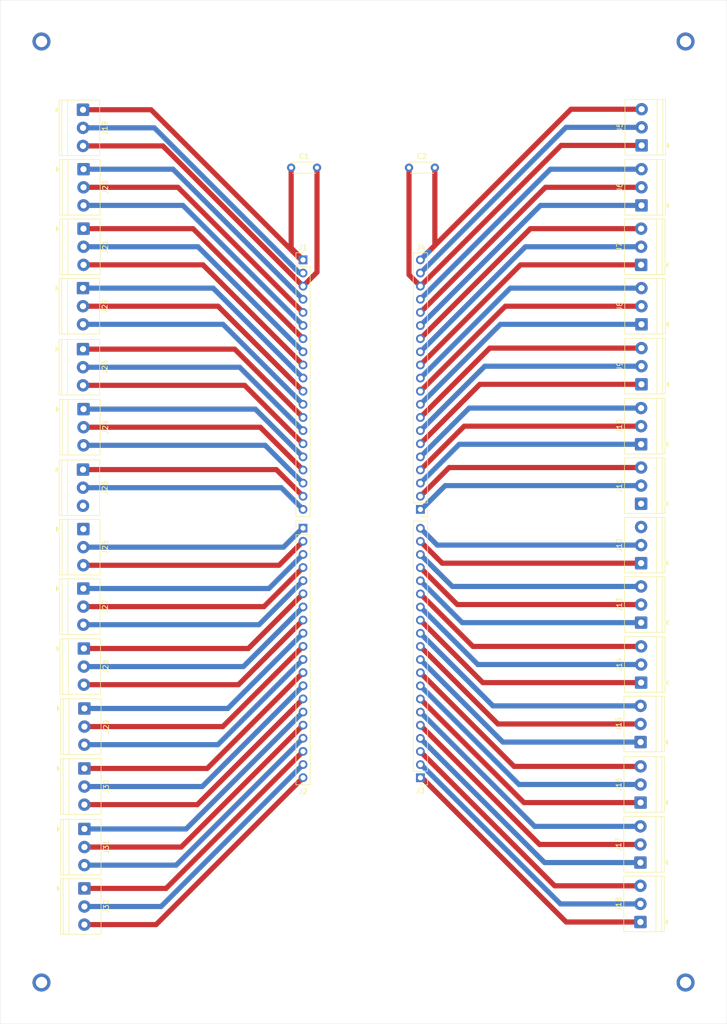
<source format=kicad_pcb>
(kicad_pcb (version 20241229) (generator "pcbnew") (generator_version "9.0")
  (layers (0 "F.Cu" signal) (2 "B.Cu" signal) (13 "F.Paste" user) (15 "B.Paste" user) (5 "F.SilkS" user "F.Silkscreen") (7 "B.SilkS" user "B.Silkscreen") (1 "F.Mask" user) (3 "B.Mask" user) (25 "Edge.Cuts" user))
  (net 0 "")
  (net 1 "Net-(J1-Pin_12)")
  (net 2 "Net-(J1-Pin_14)")
  (net 3 "Net-(J1-Pin_6)")
  (net 4 "Net-(J1-Pin_3)")
  (net 5 "Net-(J1-Pin_5)")
  (net 6 "Net-(J1-Pin_7)")
  (net 7 "Net-(J1-Pin_9)")
  (net 8 "Net-(J1-Pin_15)")
  (net 9 "Net-(J1-Pin_13)")
  (net 10 "Net-(J1-Pin_17)")
  (net 11 "Net-(J1-Pin_11)")
  (net 12 "Net-(J1-Pin_10)")
  (net 13 "Net-(J1-Pin_16)")
  (net 14 "Net-(J1-Pin_20)")
  (net 15 "Net-(J1-Pin_18)")
  (net 16 "Net-(J1-Pin_1)")
  (net 17 "Net-(J1-Pin_19)")
  (net 18 "Net-(J1-Pin_8)")
  (net 19 "Net-(J1-Pin_2)")
  (net 20 "Net-(J1-Pin_4)")
  (net 21 "Net-(J2-Pin_16)")
  (net 22 "Net-(J2-Pin_3)")
  (net 23 "Net-(J2-Pin_8)")
  (net 24 "Net-(J2-Pin_9)")
  (net 25 "Net-(J2-Pin_11)")
  (net 26 "Net-(J2-Pin_14)")
  (net 27 "Net-(J2-Pin_18)")
  (net 28 "Net-(J2-Pin_19)")
  (net 29 "Net-(J2-Pin_2)")
  (net 30 "Net-(J2-Pin_10)")
  (net 31 "Net-(J2-Pin_1)")
  (net 32 "Net-(J2-Pin_15)")
  (net 33 "Net-(J2-Pin_5)")
  (net 34 "Net-(J2-Pin_20)")
  (net 35 "Net-(J2-Pin_13)")
  (net 36 "Net-(J2-Pin_6)")
  (net 37 "Net-(J2-Pin_4)")
  (net 38 "Net-(J2-Pin_7)")
  (net 39 "Net-(J2-Pin_17)")
  (net 40 "Net-(J2-Pin_12)")
  (net 41 "Net-(J16-Pin_2)")
  (net 42 "Net-(J16-Pin_1)")
  (net 43 "Net-(J12-Pin_2)")
  (net 44 "Net-(J15-Pin_3)")
  (net 45 "Net-(J13-Pin_1)")
  (net 46 "Net-(J15-Pin_2)")
  (net 47 "Net-(J18-Pin_3)")
  (net 48 "Net-(J15-Pin_1)")
  (net 49 "Net-(J18-Pin_2)")
  (net 50 "Net-(J16-Pin_3)")
  (net 51 "Net-(J13-Pin_2)")
  (net 52 "Net-(J12-Pin_1)")
  (net 53 "Net-(J17-Pin_3)")
  (net 54 "Net-(J17-Pin_2)")
  (net 55 "Net-(J13-Pin_3)")
  (net 56 "Net-(J14-Pin_3)")
  (net 57 "Net-(J14-Pin_2)")
  (net 58 "Net-(J17-Pin_1)")
  (net 59 "Net-(J14-Pin_1)")
  (net 60 "Net-(J18-Pin_1)")
  (net 61 "Net-(J4-Pin_16)")
  (net 62 "Net-(J4-Pin_11)")
  (net 63 "Net-(J4-Pin_19)")
  (net 64 "Net-(J4-Pin_15)")
  (net 65 "Net-(J4-Pin_14)")
  (net 66 "Net-(J4-Pin_9)")
  (net 67 "Net-(J4-Pin_18)")
  (net 68 "Net-(J11-Pin_3)")
  (net 69 "Net-(J10-Pin_2)")
  (net 70 "Net-(J4-Pin_20)")
  (net 71 "Net-(J4-Pin_17)")
  (net 72 "Net-(J4-Pin_12)")
  (net 73 "Net-(J11-Pin_2)")
  (net 74 "Net-(J4-Pin_10)")
  (net 75 "Net-(J10-Pin_3)")
  (net 76 "Net-(J4-Pin_8)")
  (net 77 "Net-(J4-Pin_6)")
  (net 78 "Net-(J4-Pin_7)")
  (net 79 "Net-(J10-Pin_1)")
  (net 80 "Net-(J4-Pin_13)")
  (footprint "TerminalBlock_Phoenix:TerminalBlock_Phoenix_PT-1,5-3-3.5-H_1x03_P3.50mm_Horizontal" (layer "F.Cu") (at 53.9 95 90)
    (property "Reference" "J15" (at 3.5 -4.22 90) (layer "F.SilkS"))
    (property "Value" "Screw_Terminal_01x03" (hide yes))
    (pad "1" thru_hole roundrect (at 0 0 90) (size 2.4 2.4) (drill 1.2) (layers "*.Cu" "*.Mask") (roundrect_rratio 0.104167) (net 48 "Net-(J15-Pin_1)"))
    (pad "2" thru_hole circle (at 3.5 0 90) (size 2.4 2.4) (drill 1.2) (layers "*.Cu" "*.Mask") (net 46 "Net-(J15-Pin_2)"))
    (pad "3" thru_hole circle (at 7 0 90) (size 2.4 2.4) (drill 1.2) (layers "*.Cu" "*.Mask") (net 44 "Net-(J15-Pin_3)"))
  )
  (footprint "TerminalBlock_Phoenix:TerminalBlock_Phoenix_PT-1,5-3-3.5-H_1x03_P3.50mm_Horizontal" (layer "F.Cu") (at -53.7 88.5 -90)
    (property "Reference" "J29" (at 3.5 -4.22 90) (layer "F.SilkS"))
    (property "Value" "Screw_Terminal_01x03" (hide yes))
    (pad "1" thru_hole roundrect (at 0 0 270) (size 2.4 2.4) (drill 1.2) (layers "*.Cu" "*.Mask") (roundrect_rratio 0.104167) (net 24 "Net-(J2-Pin_9)"))
    (pad "2" thru_hole circle (at 3.5 0 270) (size 2.4 2.4) (drill 1.2) (layers "*.Cu" "*.Mask") (net 30 "Net-(J2-Pin_10)"))
    (pad "3" thru_hole circle (at 7 0 270) (size 2.4 2.4) (drill 1.2) (layers "*.Cu" "*.Mask") (net 25 "Net-(J2-Pin_11)"))
  )
  (footprint "Connector_PinHeader_2.54mm:PinHeader_1x20_P2.54mm_Vertical" (layer "F.Cu") (at -11.4 53.62)
    (property "Reference" "J2" (at 0 50.94 0) (layer "F.SilkS"))
    (property "Value" "Screw_Terminal_01x20" (hide yes))
    (pad "1" thru_hole rect (at 0 0) (size 1.7 1.7) (drill 1) (layers "*.Cu" "*.Mask") (net 31 "Net-(J2-Pin_1)"))
    (pad "2" thru_hole circle (at 0 2.54) (size 1.7 1.7) (drill 1) (layers "*.Cu" "*.Mask") (net 29 "Net-(J2-Pin_2)"))
    (pad "3" thru_hole circle (at 0 5.08) (size 1.7 1.7) (drill 1) (layers "*.Cu" "*.Mask") (net 22 "Net-(J2-Pin_3)"))
    (pad "4" thru_hole circle (at 0 7.62) (size 1.7 1.7) (drill 1) (layers "*.Cu" "*.Mask") (net 37 "Net-(J2-Pin_4)"))
    (pad "5" thru_hole circle (at 0 10.16) (size 1.7 1.7) (drill 1) (layers "*.Cu" "*.Mask") (net 33 "Net-(J2-Pin_5)"))
    (pad "6" thru_hole circle (at 0 12.7) (size 1.7 1.7) (drill 1) (layers "*.Cu" "*.Mask") (net 36 "Net-(J2-Pin_6)"))
    (pad "7" thru_hole circle (at 0 15.24) (size 1.7 1.7) (drill 1) (layers "*.Cu" "*.Mask") (net 38 "Net-(J2-Pin_7)"))
    (pad "8" thru_hole circle (at 0 17.78) (size 1.7 1.7) (drill 1) (layers "*.Cu" "*.Mask") (net 23 "Net-(J2-Pin_8)"))
    (pad "9" thru_hole circle (at 0 20.32) (size 1.7 1.7) (drill 1) (layers "*.Cu" "*.Mask") (net 24 "Net-(J2-Pin_9)"))
    (pad "10" thru_hole circle (at 0 22.86) (size 1.7 1.7) (drill 1) (layers "*.Cu" "*.Mask") (net 30 "Net-(J2-Pin_10)"))
    (pad "11" thru_hole circle (at 0 25.4) (size 1.7 1.7) (drill 1) (layers "*.Cu" "*.Mask") (net 25 "Net-(J2-Pin_11)"))
    (pad "12" thru_hole circle (at 0 27.94) (size 1.7 1.7) (drill 1) (layers "*.Cu" "*.Mask") (net 40 "Net-(J2-Pin_12)"))
    (pad "13" thru_hole circle (at 0 30.48) (size 1.7 1.7) (drill 1) (layers "*.Cu" "*.Mask") (net 35 "Net-(J2-Pin_13)"))
    (pad "14" thru_hole circle (at 0 33.02) (size 1.7 1.7) (drill 1) (layers "*.Cu" "*.Mask") (net 26 "Net-(J2-Pin_14)"))
    (pad "15" thru_hole circle (at 0 35.56) (size 1.7 1.7) (drill 1) (layers "*.Cu" "*.Mask") (net 32 "Net-(J2-Pin_15)"))
    (pad "16" thru_hole circle (at 0 38.1) (size 1.7 1.7) (drill 1) (layers "*.Cu" "*.Mask") (net 21 "Net-(J2-Pin_16)"))
    (pad "17" thru_hole circle (at 0 40.64) (size 1.7 1.7) (drill 1) (layers "*.Cu" "*.Mask") (net 39 "Net-(J2-Pin_17)"))
    (pad "18" thru_hole circle (at 0 43.18) (size 1.7 1.7) (drill 1) (layers "*.Cu" "*.Mask") (net 27 "Net-(J2-Pin_18)"))
    (pad "19" thru_hole circle (at 0 45.72) (size 1.7 1.7) (drill 1) (layers "*.Cu" "*.Mask") (net 28 "Net-(J2-Pin_19)"))
    (pad "20" thru_hole circle (at 0 48.26) (size 1.7 1.7) (drill 1) (layers "*.Cu" "*.Mask") (net 34 "Net-(J2-Pin_20)"))
  )
  (footprint "TerminalBlock_Phoenix:TerminalBlock_Phoenix_PT-1,5-3-3.5-H_1x03_P3.50mm_Horizontal" (layer "F.Cu") (at 54 48.9 90)
    (property "Reference" "J11" (at 3.5 -4.22 90) (layer "F.SilkS"))
    (property "Value" "Screw_Terminal_01x03" (hide yes))
    (pad "1" thru_hole roundrect (at 0 0 90) (size 2.4 2.4) (drill 1.2) (layers "*.Cu" "*.Mask") (roundrect_rratio 0.104167))
    (pad "2" thru_hole circle (at 3.5 0 90) (size 2.4 2.4) (drill 1.2) (layers "*.Cu" "*.Mask") (net 73 "Net-(J11-Pin_2)"))
    (pad "3" thru_hole circle (at 7 0 90) (size 2.4 2.4) (drill 1.2) (layers "*.Cu" "*.Mask") (net 68 "Net-(J11-Pin_3)"))
  )
  (footprint "TerminalBlock_Phoenix:TerminalBlock_Phoenix_PT-1,5-3-3.5-H_1x03_P3.50mm_Horizontal" (layer "F.Cu") (at 54 60.4 90)
    (property "Reference" "J12" (at 3.5 -4.22 90) (layer "F.SilkS"))
    (property "Value" "Screw_Terminal_01x03" (hide yes))
    (pad "1" thru_hole roundrect (at 0 0 90) (size 2.4 2.4) (drill 1.2) (layers "*.Cu" "*.Mask") (roundrect_rratio 0.104167) (net 52 "Net-(J12-Pin_1)"))
    (pad "2" thru_hole circle (at 3.5 0 90) (size 2.4 2.4) (drill 1.2) (layers "*.Cu" "*.Mask") (net 43 "Net-(J12-Pin_2)"))
    (pad "3" thru_hole circle (at 7 0 90) (size 2.4 2.4) (drill 1.2) (layers "*.Cu" "*.Mask"))
  )
  (footprint "TerminalBlock_Phoenix:TerminalBlock_Phoenix_PT-1,5-3-3.5-H_1x03_P3.50mm_Horizontal" (layer "F.Cu") (at 54 71.9 90)
    (property "Reference" "J13" (at 3.5 -4.22 90) (layer "F.SilkS"))
    (property "Value" "Screw_Terminal_01x03" (hide yes))
    (pad "1" thru_hole roundrect (at 0 0 90) (size 2.4 2.4) (drill 1.2) (layers "*.Cu" "*.Mask") (roundrect_rratio 0.104167) (net 45 "Net-(J13-Pin_1)"))
    (pad "2" thru_hole circle (at 3.5 0 90) (size 2.4 2.4) (drill 1.2) (layers "*.Cu" "*.Mask") (net 51 "Net-(J13-Pin_2)"))
    (pad "3" thru_hole circle (at 7 0 90) (size 2.4 2.4) (drill 1.2) (layers "*.Cu" "*.Mask") (net 55 "Net-(J13-Pin_3)"))
  )
  (footprint "TerminalBlock_Phoenix:TerminalBlock_Phoenix_PT-1,5-3-3.5-H_1x03_P3.50mm_Horizontal" (layer "F.Cu") (at 53.9 106.7 90)
    (property "Reference" "J16" (at 3.5 -4.22 90) (layer "F.SilkS"))
    (property "Value" "Screw_Terminal_01x03" (hide yes))
    (pad "1" thru_hole roundrect (at 0 0 90) (size 2.4 2.4) (drill 1.2) (layers "*.Cu" "*.Mask") (roundrect_rratio 0.104167) (net 42 "Net-(J16-Pin_1)"))
    (pad "2" thru_hole circle (at 3.5 0 90) (size 2.4 2.4) (drill 1.2) (layers "*.Cu" "*.Mask") (net 41 "Net-(J16-Pin_2)"))
    (pad "3" thru_hole circle (at 7 0 90) (size 2.4 2.4) (drill 1.2) (layers "*.Cu" "*.Mask") (net 50 "Net-(J16-Pin_3)"))
  )
  (footprint "TerminalBlock_Phoenix:TerminalBlock_Phoenix_PT-1,5-3-3.5-H_1x03_P3.50mm_Horizontal" (layer "F.Cu") (at -53.8675 -15.8 -90)
    (property "Reference" "J20" (at 3.5 -4.22 90) (layer "F.SilkS"))
    (property "Value" "Screw_Terminal_01x03" (hide yes))
    (pad "1" thru_hole roundrect (at 0 0 270) (size 2.4 2.4) (drill 1.2) (layers "*.Cu" "*.Mask") (roundrect_rratio 0.104167) (net 20 "Net-(J1-Pin_4)"))
    (pad "2" thru_hole circle (at 3.5 0 270) (size 2.4 2.4) (drill 1.2) (layers "*.Cu" "*.Mask") (net 5 "Net-(J1-Pin_5)"))
    (pad "3" thru_hole circle (at 7 0 270) (size 2.4 2.4) (drill 1.2) (layers "*.Cu" "*.Mask") (net 3 "Net-(J1-Pin_6)"))
  )
  (footprint "TerminalBlock_Phoenix:TerminalBlock_Phoenix_PT-1,5-3-3.5-H_1x03_P3.50mm_Horizontal" (layer "F.Cu") (at 54.0675 25.8 90)
    (property "Reference" "J9" (at 3.5 -4.22 90) (layer "F.SilkS"))
    (property "Value" "Screw_Terminal_01x03" (hide yes))
    (pad "1" thru_hole roundrect (at 0 0 90) (size 2.4 2.4) (drill 1.2) (layers "*.Cu" "*.Mask") (roundrect_rratio 0.104167) (net 77 "Net-(J4-Pin_6)"))
    (pad "2" thru_hole circle (at 3.5 0 90) (size 2.4 2.4) (drill 1.2) (layers "*.Cu" "*.Mask") (net 78 "Net-(J4-Pin_7)"))
    (pad "3" thru_hole circle (at 7 0 90) (size 2.4 2.4) (drill 1.2) (layers "*.Cu" "*.Mask") (net 76 "Net-(J4-Pin_8)"))
  )
  (footprint "MountingHole:MountingHole_2.2mm_M2_ISO7380_Pad" (layer "F.Cu") (at -62 141.5)
    (property "Reference" "REF**" (hide yes))
    (property "Value" "MountingHole_2.2mm_M2_ISO7380_Pad" (hide yes))
    (pad "1" thru_hole circle (at 0 0) (size 3.5 3.5) (drill 2.2) (layers "*.Cu" "*.Mask"))
  )
  (footprint "Connector_PinHeader_2.54mm:PinHeader_1x20_P2.54mm_Vertical" (layer "F.Cu") (at -11.4 1.74)
    (property "Reference" "J1" (at 0 -2.38 0) (layer "F.SilkS"))
    (property "Value" "Screw_Terminal_01x20" (hide yes))
    (pad "1" thru_hole rect (at 0 0) (size 1.7 1.7) (drill 1) (layers "*.Cu" "*.Mask") (net 16 "Net-(J1-Pin_1)"))
    (pad "2" thru_hole circle (at 0 2.54) (size 1.7 1.7) (drill 1) (layers "*.Cu" "*.Mask") (net 19 "Net-(J1-Pin_2)"))
    (pad "3" thru_hole circle (at 0 5.08) (size 1.7 1.7) (drill 1) (layers "*.Cu" "*.Mask") (net 4 "Net-(J1-Pin_3)"))
    (pad "4" thru_hole circle (at 0 7.62) (size 1.7 1.7) (drill 1) (layers "*.Cu" "*.Mask") (net 20 "Net-(J1-Pin_4)"))
    (pad "5" thru_hole circle (at 0 10.16) (size 1.7 1.7) (drill 1) (layers "*.Cu" "*.Mask") (net 5 "Net-(J1-Pin_5)"))
    (pad "6" thru_hole circle (at 0 12.7) (size 1.7 1.7) (drill 1) (layers "*.Cu" "*.Mask") (net 3 "Net-(J1-Pin_6)"))
    (pad "7" thru_hole circle (at 0 15.24) (size 1.7 1.7) (drill 1) (layers "*.Cu" "*.Mask") (net 6 "Net-(J1-Pin_7)"))
    (pad "8" thru_hole circle (at 0 17.78) (size 1.7 1.7) (drill 1) (layers "*.Cu" "*.Mask") (net 18 "Net-(J1-Pin_8)"))
    (pad "9" thru_hole circle (at 0 20.32) (size 1.7 1.7) (drill 1) (layers "*.Cu" "*.Mask") (net 7 "Net-(J1-Pin_9)"))
    (pad "10" thru_hole circle (at 0 22.86) (size 1.7 1.7) (drill 1) (layers "*.Cu" "*.Mask") (net 12 "Net-(J1-Pin_10)"))
    (pad "11" thru_hole circle (at 0 25.4) (size 1.7 1.7) (drill 1) (layers "*.Cu" "*.Mask") (net 11 "Net-(J1-Pin_11)"))
    (pad "12" thru_hole circle (at 0 27.94) (size 1.7 1.7) (drill 1) (layers "*.Cu" "*.Mask") (net 1 "Net-(J1-Pin_12)"))
    (pad "13" thru_hole circle (at 0 30.48) (size 1.7 1.7) (drill 1) (layers "*.Cu" "*.Mask") (net 9 "Net-(J1-Pin_13)"))
    (pad "14" thru_hole circle (at 0 33.02) (size 1.7 1.7) (drill 1) (layers "*.Cu" "*.Mask") (net 2 "Net-(J1-Pin_14)"))
    (pad "15" thru_hole circle (at 0 35.56) (size 1.7 1.7) (drill 1) (layers "*.Cu" "*.Mask") (net 8 "Net-(J1-Pin_15)"))
    (pad "16" thru_hole circle (at 0 38.1) (size 1.7 1.7) (drill 1) (layers "*.Cu" "*.Mask") (net 13 "Net-(J1-Pin_16)"))
    (pad "17" thru_hole circle (at 0 40.64) (size 1.7 1.7) (drill 1) (layers "*.Cu" "*.Mask") (net 10 "Net-(J1-Pin_17)"))
    (pad "18" thru_hole circle (at 0 43.18) (size 1.7 1.7) (drill 1) (layers "*.Cu" "*.Mask") (net 15 "Net-(J1-Pin_18)"))
    (pad "19" thru_hole circle (at 0 45.72) (size 1.7 1.7) (drill 1) (layers "*.Cu" "*.Mask") (net 17 "Net-(J1-Pin_19)"))
    (pad "20" thru_hole circle (at 0 48.26) (size 1.7 1.7) (drill 1) (layers "*.Cu" "*.Mask") (net 14 "Net-(J1-Pin_20)"))
  )
  (footprint "MountingHole:MountingHole_2.2mm_M2_ISO7380_Pad" (layer "F.Cu") (at 62.6 -40.5)
    (property "Reference" "REF**" (hide yes))
    (property "Value" "MountingHole_2.2mm_M2_ISO7380_Pad" (hide yes))
    (pad "1" thru_hole circle (at 0 0) (size 3.5 3.5) (drill 2.2) (layers "*.Cu" "*.Mask"))
  )
  (footprint "Capacitor_THT:C_Disc_D4.3mm_W1.9mm_P5.00mm" (layer "F.Cu") (at 9.1 -16.1)
    (property "Reference" "C2" (at 2.5 -2.2 0) (layer "F.SilkS"))
    (property "Value" "100nF")
    (pad "1" thru_hole circle (at 0 0) (size 1.6 1.6) (drill 0.8) (layers "*.Cu" "*.Mask") (net 67 "Net-(J4-Pin_18)"))
    (pad "2" thru_hole circle (at 5 0) (size 1.6 1.6) (drill 0.8) (layers "*.Cu" "*.Mask") (net 70 "Net-(J4-Pin_20)"))
  )
  (footprint "Connector_PinHeader_2.54mm:PinHeader_1x20_P2.54mm_Vertical" (layer "F.Cu") (at 11.3 50 180)
    (property "Reference" "J4" (at -0.1 50.66 0) (layer "F.SilkS"))
    (property "Value" "Screw_Terminal_01x20" (hide yes))
    (pad "1" thru_hole rect (at 0 0 180) (size 1.7 1.7) (drill 1) (layers "*.Cu" "*.Mask") (net 73 "Net-(J11-Pin_2)"))
    (pad "2" thru_hole circle (at 0 2.54 180) (size 1.7 1.7) (drill 1) (layers "*.Cu" "*.Mask") (net 68 "Net-(J11-Pin_3)"))
    (pad "3" thru_hole circle (at 0 5.08 180) (size 1.7 1.7) (drill 1) (layers "*.Cu" "*.Mask") (net 79 "Net-(J10-Pin_1)"))
    (pad "4" thru_hole circle (at 0 7.62 180) (size 1.7 1.7) (drill 1) (layers "*.Cu" "*.Mask") (net 69 "Net-(J10-Pin_2)"))
    (pad "5" thru_hole circle (at 0 10.16 180) (size 1.7 1.7) (drill 1) (layers "*.Cu" "*.Mask") (net 75 "Net-(J10-Pin_3)"))
    (pad "6" thru_hole circle (at 0 12.7 180) (size 1.7 1.7) (drill 1) (layers "*.Cu" "*.Mask") (net 77 "Net-(J4-Pin_6)"))
    (pad "7" thru_hole circle (at 0 15.24 180) (size 1.7 1.7) (drill 1) (layers "*.Cu" "*.Mask") (net 78 "Net-(J4-Pin_7)"))
    (pad "8" thru_hole circle (at 0 17.78 180) (size 1.7 1.7) (drill 1) (layers "*.Cu" "*.Mask") (net 76 "Net-(J4-Pin_8)"))
    (pad "9" thru_hole circle (at 0 20.32 180) (size 1.7 1.7) (drill 1) (layers "*.Cu" "*.Mask") (net 66 "Net-(J4-Pin_9)"))
    (pad "10" thru_hole circle (at 0 22.86 180) (size 1.7 1.7) (drill 1) (layers "*.Cu" "*.Mask") (net 74 "Net-(J4-Pin_10)"))
    (pad "11" thru_hole circle (at 0 25.4 180) (size 1.7 1.7) (drill 1) (layers "*.Cu" "*.Mask") (net 62 "Net-(J4-Pin_11)"))
    (pad "12" thru_hole circle (at 0 27.94 180) (size 1.7 1.7) (drill 1) (layers "*.Cu" "*.Mask") (net 72 "Net-(J4-Pin_12)"))
    (pad "13" thru_hole circle (at 0 30.48 180) (size 1.7 1.7) (drill 1) (layers "*.Cu" "*.Mask") (net 80 "Net-(J4-Pin_13)"))
    (pad "14" thru_hole circle (at 0 33.02 180) (size 1.7 1.7) (drill 1) (layers "*.Cu" "*.Mask") (net 65 "Net-(J4-Pin_14)"))
    (pad "15" thru_hole circle (at 0 35.56 180) (size 1.7 1.7) (drill 1) (layers "*.Cu" "*.Mask") (net 64 "Net-(J4-Pin_15)"))
    (pad "16" thru_hole circle (at 0 38.1 180) (size 1.7 1.7) (drill 1) (layers "*.Cu" "*.Mask") (net 61 "Net-(J4-Pin_16)"))
    (pad "17" thru_hole circle (at 0 40.64 180) (size 1.7 1.7) (drill 1) (layers "*.Cu" "*.Mask") (net 71 "Net-(J4-Pin_17)"))
    (pad "18" thru_hole circle (at 0 43.18 180) (size 1.7 1.7) (drill 1) (layers "*.Cu" "*.Mask") (net 67 "Net-(J4-Pin_18)"))
    (pad "19" thru_hole circle (at 0 45.72 180) (size 1.7 1.7) (drill 1) (layers "*.Cu" "*.Mask") (net 63 "Net-(J4-Pin_19)"))
    (pad "20" thru_hole circle (at 0 48.26 180) (size 1.7 1.7) (drill 1) (layers "*.Cu" "*.Mask") (net 70 "Net-(J4-Pin_20)"))
  )
  (footprint "TerminalBlock_Phoenix:TerminalBlock_Phoenix_PT-1,5-3-3.5-H_1x03_P3.50mm_Horizontal" (layer "F.Cu") (at -53.9 53.8 -90)
    (property "Reference" "J26" (at 3.5 -4.22 90) (layer "F.SilkS"))
    (property "Value" "Screw_Terminal_01x03" (hide yes))
    (pad "1" thru_hole roundrect (at 0 0 270) (size 2.4 2.4) (drill 1.2) (layers "*.Cu" "*.Mask") (roundrect_rratio 0.104167))
    (pad "2" thru_hole circle (at 3.5 0 270) (size 2.4 2.4) (drill 1.2) (layers "*.Cu" "*.Mask") (net 31 "Net-(J2-Pin_1)"))
    (pad "3" thru_hole circle (at 7 0 270) (size 2.4 2.4) (drill 1.2) (layers "*.Cu" "*.Mask") (net 29 "Net-(J2-Pin_2)"))
  )
  (footprint "Connector_PinHeader_2.54mm:PinHeader_1x20_P2.54mm_Vertical" (layer "F.Cu") (at 11.3 101.9 180)
    (property "Reference" "J3" (at 0 -2.54 0) (layer "F.SilkS"))
    (property "Value" "Screw_Terminal_01x20" (hide yes))
    (pad "1" thru_hole rect (at 0 0 180) (size 1.7 1.7) (drill 1) (layers "*.Cu" "*.Mask") (net 60 "Net-(J18-Pin_1)"))
    (pad "2" thru_hole circle (at 0 2.54 180) (size 1.7 1.7) (drill 1) (layers "*.Cu" "*.Mask") (net 49 "Net-(J18-Pin_2)"))
    (pad "3" thru_hole circle (at 0 5.08 180) (size 1.7 1.7) (drill 1) (layers "*.Cu" "*.Mask") (net 47 "Net-(J18-Pin_3)"))
    (pad "4" thru_hole circle (at 0 7.62 180) (size 1.7 1.7) (drill 1) (layers "*.Cu" "*.Mask") (net 58 "Net-(J17-Pin_1)"))
    (pad "5" thru_hole circle (at 0 10.16 180) (size 1.7 1.7) (drill 1) (layers "*.Cu" "*.Mask") (net 54 "Net-(J17-Pin_2)"))
    (pad "6" thru_hole circle (at 0 12.7 180) (size 1.7 1.7) (drill 1) (layers "*.Cu" "*.Mask") (net 53 "Net-(J17-Pin_3)"))
    (pad "7" thru_hole circle (at 0 15.24 180) (size 1.7 1.7) (drill 1) (layers "*.Cu" "*.Mask") (net 42 "Net-(J16-Pin_1)"))
    (pad "8" thru_hole circle (at 0 17.78 180) (size 1.7 1.7) (drill 1) (layers "*.Cu" "*.Mask") (net 41 "Net-(J16-Pin_2)"))
    (pad "9" thru_hole circle (at 0 20.32 180) (size 1.7 1.7) (drill 1) (layers "*.Cu" "*.Mask") (net 50 "Net-(J16-Pin_3)"))
    (pad "10" thru_hole circle (at 0 22.86 180) (size 1.7 1.7) (drill 1) (layers "*.Cu" "*.Mask") (net 48 "Net-(J15-Pin_1)"))
    (pad "11" thru_hole circle (at 0 25.4 180) (size 1.7 1.7) (drill 1) (layers "*.Cu" "*.Mask") (net 46 "Net-(J15-Pin_2)"))
    (pad "12" thru_hole circle (at 0 27.94 180) (size 1.7 1.7) (drill 1) (layers "*.Cu" "*.Mask") (net 44 "Net-(J15-Pin_3)"))
    (pad "13" thru_hole circle (at 0 30.48 180) (size 1.7 1.7) (drill 1) (layers "*.Cu" "*.Mask") (net 59 "Net-(J14-Pin_1)"))
    (pad "14" thru_hole circle (at 0 33.02 180) (size 1.7 1.7) (drill 1) (layers "*.Cu" "*.Mask") (net 57 "Net-(J14-Pin_2)"))
    (pad "15" thru_hole circle (at 0 35.56 180) (size 1.7 1.7) (drill 1) (layers "*.Cu" "*.Mask") (net 56 "Net-(J14-Pin_3)"))
    (pad "16" thru_hole circle (at 0 38.1 180) (size 1.7 1.7) (drill 1) (layers "*.Cu" "*.Mask") (net 45 "Net-(J13-Pin_1)"))
    (pad "17" thru_hole circle (at 0 40.64 180) (size 1.7 1.7) (drill 1) (layers "*.Cu" "*.Mask") (net 51 "Net-(J13-Pin_2)"))
    (pad "18" thru_hole circle (at 0 43.18 180) (size 1.7 1.7) (drill 1) (layers "*.Cu" "*.Mask") (net 55 "Net-(J13-Pin_3)"))
    (pad "19" thru_hole circle (at 0 45.72 180) (size 1.7 1.7) (drill 1) (layers "*.Cu" "*.Mask") (net 52 "Net-(J12-Pin_1)"))
    (pad "20" thru_hole circle (at 0 48.26 180) (size 1.7 1.7) (drill 1) (layers "*.Cu" "*.Mask") (net 43 "Net-(J12-Pin_2)"))
  )
  (footprint "TerminalBlock_Phoenix:TerminalBlock_Phoenix_PT-1,5-3-3.5-H_1x03_P3.50mm_Horizontal" (layer "F.Cu") (at -53.9675 19 -90)
    (property "Reference" "J23" (at 3.5 -4.22 90) (layer "F.SilkS"))
    (property "Value" "Screw_Terminal_01x03" (hide yes))
    (pad "1" thru_hole roundrect (at 0 0 270) (size 2.4 2.4) (drill 1.2) (layers "*.Cu" "*.Mask") (roundrect_rratio 0.104167) (net 9 "Net-(J1-Pin_13)"))
    (pad "2" thru_hole circle (at 3.5 0 270) (size 2.4 2.4) (drill 1.2) (layers "*.Cu" "*.Mask") (net 2 "Net-(J1-Pin_14)"))
    (pad "3" thru_hole circle (at 7 0 270) (size 2.4 2.4) (drill 1.2) (layers "*.Cu" "*.Mask") (net 8 "Net-(J1-Pin_15)"))
  )
  (footprint "TerminalBlock_Phoenix:TerminalBlock_Phoenix_PT-1,5-3-3.5-H_1x03_P3.50mm_Horizontal" (layer "F.Cu") (at -53.9675 42.3 -90)
    (property "Reference" "J25" (at 3.5 -4.22 90) (layer "F.SilkS"))
    (property "Value" "Screw_Terminal_01x03" (hide yes))
    (pad "1" thru_hole roundrect (at 0 0 270) (size 2.4 2.4) (drill 1.2) (layers "*.Cu" "*.Mask") (roundrect_rratio 0.104167) (net 17 "Net-(J1-Pin_19)"))
    (pad "2" thru_hole circle (at 3.5 0 270) (size 2.4 2.4) (drill 1.2) (layers "*.Cu" "*.Mask") (net 14 "Net-(J1-Pin_20)"))
    (pad "3" thru_hole circle (at 7 0 270) (size 2.4 2.4) (drill 1.2) (layers "*.Cu" "*.Mask"))
  )
  (footprint "TerminalBlock_Phoenix:TerminalBlock_Phoenix_PT-1,5-3-3.5-H_1x03_P3.50mm_Horizontal" (layer "F.Cu") (at 54 2.7 90)
    (property "Reference" "J7" (at 3.5 -4.22 90) (layer "F.SilkS"))
    (property "Value" "Screw_Terminal_01x03" (hide yes))
    (pad "1" thru_hole roundrect (at 0 0 90) (size 2.4 2.4) (drill 1.2) (layers "*.Cu" "*.Mask") (roundrect_rratio 0.104167) (net 72 "Net-(J4-Pin_12)"))
    (pad "2" thru_hole circle (at 3.5 0 90) (size 2.4 2.4) (drill 1.2) (layers "*.Cu" "*.Mask") (net 80 "Net-(J4-Pin_13)"))
    (pad "3" thru_hole circle (at 7 0 90) (size 2.4 2.4) (drill 1.2) (layers "*.Cu" "*.Mask") (net 65 "Net-(J4-Pin_14)"))
  )
  (footprint "TerminalBlock_Phoenix:TerminalBlock_Phoenix_PT-1,5-3-3.5-H_1x03_P3.50mm_Horizontal" (layer "F.Cu") (at -53.7 111.8 -90)
    (property "Reference" "J31" (at 3.5 -4.22 90) (layer "F.SilkS"))
    (property "Value" "Screw_Terminal_01x03" (hide yes))
    (pad "1" thru_hole roundrect (at 0 0 270) (size 2.4 2.4) (drill 1.2) (layers "*.Cu" "*.Mask") (roundrect_rratio 0.104167) (net 32 "Net-(J2-Pin_15)"))
    (pad "2" thru_hole circle (at 3.5 0 270) (size 2.4 2.4) (drill 1.2) (layers "*.Cu" "*.Mask") (net 21 "Net-(J2-Pin_16)"))
    (pad "3" thru_hole circle (at 7 0 270) (size 2.4 2.4) (drill 1.2) (layers "*.Cu" "*.Mask") (net 39 "Net-(J2-Pin_17)"))
  )
  (footprint "TerminalBlock_Phoenix:TerminalBlock_Phoenix_PT-1,5-3-3.5-H_1x03_P3.50mm_Horizontal" (layer "F.Cu") (at 53.8675 118.3 90)
    (property "Reference" "J17" (at 3.5 -4.22 90) (layer "F.SilkS"))
    (property "Value" "Screw_Terminal_01x03" (hide yes))
    (pad "1" thru_hole roundrect (at 0 0 90) (size 2.4 2.4) (drill 1.2) (layers "*.Cu" "*.Mask") (roundrect_rratio 0.104167) (net 58 "Net-(J17-Pin_1)"))
    (pad "2" thru_hole circle (at 3.5 0 90) (size 2.4 2.4) (drill 1.2) (layers "*.Cu" "*.Mask") (net 54 "Net-(J17-Pin_2)"))
    (pad "3" thru_hole circle (at 7 0 90) (size 2.4 2.4) (drill 1.2) (layers "*.Cu" "*.Mask") (net 53 "Net-(J17-Pin_3)"))
  )
  (footprint "TerminalBlock_Phoenix:TerminalBlock_Phoenix_PT-1,5-3-3.5-H_1x03_P3.50mm_Horizontal" (layer "F.Cu") (at 54.1 -20.4 90)
    (property "Reference" "J5" (at 3.5 -4.22 90) (layer "F.SilkS"))
    (property "Value" "Screw_Terminal_01x03" (hide yes))
    (pad "1" thru_hole roundrect (at 0 0 90) (size 2.4 2.4) (drill 1.2) (layers "*.Cu" "*.Mask") (roundrect_rratio 0.104167) (net 67 "Net-(J4-Pin_18)"))
    (pad "2" thru_hole circle (at 3.5 0 90) (size 2.4 2.4) (drill 1.2) (layers "*.Cu" "*.Mask") (net 63 "Net-(J4-Pin_19)"))
    (pad "3" thru_hole circle (at 7 0 90) (size 2.4 2.4) (drill 1.2) (layers "*.Cu" "*.Mask") (net 70 "Net-(J4-Pin_20)"))
  )
  (footprint "TerminalBlock_Phoenix:TerminalBlock_Phoenix_PT-1,5-3-3.5-H_1x03_P3.50mm_Horizontal" (layer "F.Cu") (at 54 83.5 90)
    (property "Reference" "J14" (at 3.5 -4.22 90) (layer "F.SilkS"))
    (property "Value" "Screw_Terminal_01x03" (hide yes))
    (pad "1" thru_hole roundrect (at 0 0 90) (size 2.4 2.4) (drill 1.2) (layers "*.Cu" "*.Mask") (roundrect_rratio 0.104167) (net 59 "Net-(J14-Pin_1)"))
    (pad "2" thru_hole circle (at 3.5 0 90) (size 2.4 2.4) (drill 1.2) (layers "*.Cu" "*.Mask") (net 57 "Net-(J14-Pin_2)"))
    (pad "3" thru_hole circle (at 7 0 90) (size 2.4 2.4) (drill 1.2) (layers "*.Cu" "*.Mask") (net 56 "Net-(J14-Pin_3)"))
  )
  (footprint "Capacitor_THT:C_Disc_D4.3mm_W1.9mm_P5.00mm" (layer "F.Cu") (at -13.7 -16.1)
    (property "Reference" "C1" (at 2.5 -2.2 0) (layer "F.SilkS"))
    (property "Value" "100nF")
    (pad "1" thru_hole circle (at 0 0) (size 1.6 1.6) (drill 0.8) (layers "*.Cu" "*.Mask") (net 16 "Net-(J1-Pin_1)"))
    (pad "2" thru_hole circle (at 5 0) (size 1.6 1.6) (drill 0.8) (layers "*.Cu" "*.Mask") (net 4 "Net-(J1-Pin_3)"))
  )
  (footprint "MountingHole:MountingHole_2.2mm_M2_ISO7380_Pad" (layer "F.Cu") (at 62.6 141.5)
    (property "Reference" "REF**" (hide yes))
    (property "Value" "MountingHole_2.2mm_M2_ISO7380_Pad" (hide yes))
    (pad "1" thru_hole circle (at 0 0) (size 3.5 3.5) (drill 2.2) (layers "*.Cu" "*.Mask"))
  )
  (footprint "TerminalBlock_Phoenix:TerminalBlock_Phoenix_PT-1,5-3-3.5-H_1x03_P3.50mm_Horizontal" (layer "F.Cu") (at -53.7 123.3 -90)
    (property "Reference" "J32" (at 3.5 -4.22 90) (layer "F.SilkS"))
    (property "Value" "Screw_Terminal_01x03" (hide yes))
    (pad "1" thru_hole roundrect (at 0 0 270) (size 2.4 2.4) (drill 1.2) (layers "*.Cu" "*.Mask") (roundrect_rratio 0.104167) (net 27 "Net-(J2-Pin_18)"))
    (pad "2" thru_hole circle (at 3.5 0 270) (size 2.4 2.4) (drill 1.2) (layers "*.Cu" "*.Mask") (net 28 "Net-(J2-Pin_19)"))
    (pad "3" thru_hole circle (at 7 0 270) (size 2.4 2.4) (drill 1.2) (layers "*.Cu" "*.Mask") (net 34 "Net-(J2-Pin_20)"))
  )
  (footprint "TerminalBlock_Phoenix:TerminalBlock_Phoenix_PT-1,5-3-3.5-H_1x03_P3.50mm_Horizontal" (layer "F.Cu") (at -53.8675 30.6 -90)
    (property "Reference" "J24" (at 3.5 -4.22 90) (layer "F.SilkS"))
    (property "Value" "Screw_Terminal_01x03" (hide yes))
    (pad "1" thru_hole roundrect (at 0 0 270) (size 2.4 2.4) (drill 1.2) (layers "*.Cu" "*.Mask") (roundrect_rratio 0.104167) (net 13 "Net-(J1-Pin_16)"))
    (pad "2" thru_hole circle (at 3.5 0 270) (size 2.4 2.4) (drill 1.2) (layers "*.Cu" "*.Mask") (net 10 "Net-(J1-Pin_17)"))
    (pad "3" thru_hole circle (at 7 0 270) (size 2.4 2.4) (drill 1.2) (layers "*.Cu" "*.Mask") (net 15 "Net-(J1-Pin_18)"))
  )
  (footprint "TerminalBlock_Phoenix:TerminalBlock_Phoenix_PT-1,5-3-3.5-H_1x03_P3.50mm_Horizontal" (layer "F.Cu") (at -53.7 100.1 -90)
    (property "Reference" "J30" (at 3.5 -4.22 90) (layer "F.SilkS"))
    (property "Value" "Screw_Terminal_01x03" (hide yes))
    (pad "1" thru_hole roundrect (at 0 0 270) (size 2.4 2.4) (drill 1.2) (layers "*.Cu" "*.Mask") (roundrect_rratio 0.104167) (net 40 "Net-(J2-Pin_12)"))
    (pad "2" thru_hole circle (at 3.5 0 270) (size 2.4 2.4) (drill 1.2) (layers "*.Cu" "*.Mask") (net 35 "Net-(J2-Pin_13)"))
    (pad "3" thru_hole circle (at 7 0 270) (size 2.4 2.4) (drill 1.2) (layers "*.Cu" "*.Mask") (net 26 "Net-(J2-Pin_14)"))
  )
  (footprint "TerminalBlock_Phoenix:TerminalBlock_Phoenix_PT-1,5-3-3.5-H_1x03_P3.50mm_Horizontal" (layer "F.Cu") (at -53.9675 -27.3 -90)
    (property "Reference" "J19" (at 3.5 -4.22 90) (layer "F.SilkS"))
    (property "Value" "Screw_Terminal_01x03" (hide yes))
    (pad "1" thru_hole roundrect (at 0 0 270) (size 2.4 2.4) (drill 1.2) (layers "*.Cu" "*.Mask") (roundrect_rratio 0.104167) (net 16 "Net-(J1-Pin_1)"))
    (pad "2" thru_hole circle (at 3.5 0 270) (size 2.4 2.4) (drill 1.2) (layers "*.Cu" "*.Mask") (net 19 "Net-(J1-Pin_2)"))
    (pad "3" thru_hole circle (at 7 0 270) (size 2.4 2.4) (drill 1.2) (layers "*.Cu" "*.Mask") (net 4 "Net-(J1-Pin_3)"))
  )
  (footprint "TerminalBlock_Phoenix:TerminalBlock_Phoenix_PT-1,5-3-3.5-H_1x03_P3.50mm_Horizontal" (layer "F.Cu") (at -53.9675 7.2 -90)
    (property "Reference" "J22" (at 3.5 -4.22 90) (layer "F.SilkS"))
    (property "Value" "Screw_Terminal_01x03" (hide yes))
    (pad "1" thru_hole roundrect (at 0 0 270) (size 2.4 2.4) (drill 1.2) (layers "*.Cu" "*.Mask") (roundrect_rratio 0.104167) (net 12 "Net-(J1-Pin_10)"))
    (pad "2" thru_hole circle (at 3.5 0 270) (size 2.4 2.4) (drill 1.2) (layers "*.Cu" "*.Mask") (net 11 "Net-(J1-Pin_11)"))
    (pad "3" thru_hole circle (at 7 0 270) (size 2.4 2.4) (drill 1.2) (layers "*.Cu" "*.Mask") (net 1 "Net-(J1-Pin_12)"))
  )
  (footprint "TerminalBlock_Phoenix:TerminalBlock_Phoenix_PT-1,5-3-3.5-H_1x03_P3.50mm_Horizontal" (layer "F.Cu") (at -53.8675 -4.3 -90)
    (property "Reference" "J21" (at 3.5 -4.22 90) (layer "F.SilkS"))
    (property "Value" "Screw_Terminal_01x03" (hide yes))
    (pad "1" thru_hole roundrect (at 0 0 270) (size 2.4 2.4) (drill 1.2) (layers "*.Cu" "*.Mask") (roundrect_rratio 0.104167) (net 6 "Net-(J1-Pin_7)"))
    (pad "2" thru_hole circle (at 3.5 0 270) (size 2.4 2.4) (drill 1.2) (layers "*.Cu" "*.Mask") (net 18 "Net-(J1-Pin_8)"))
    (pad "3" thru_hole circle (at 7 0 270) (size 2.4 2.4) (drill 1.2) (layers "*.Cu" "*.Mask") (net 7 "Net-(J1-Pin_9)"))
  )
  (footprint "TerminalBlock_Phoenix:TerminalBlock_Phoenix_PT-1,5-3-3.5-H_1x03_P3.50mm_Horizontal" (layer "F.Cu") (at 54.0675 -8.8 90)
    (property "Reference" "J6" (at 3.5 -4.22 90) (layer "F.SilkS"))
    (property "Value" "Screw_Terminal_01x03" (hide yes))
    (pad "1" thru_hole roundrect (at 0 0 90) (size 2.4 2.4) (drill 1.2) (layers "*.Cu" "*.Mask") (roundrect_rratio 0.104167) (net 64 "Net-(J4-Pin_15)"))
    (pad "2" thru_hole circle (at 3.5 0 90) (size 2.4 2.4) (drill 1.2) (layers "*.Cu" "*.Mask") (net 61 "Net-(J4-Pin_16)"))
    (pad "3" thru_hole circle (at 7 0 90) (size 2.4 2.4) (drill 1.2) (layers "*.Cu" "*.Mask") (net 71 "Net-(J4-Pin_17)"))
  )
  (footprint "TerminalBlock_Phoenix:TerminalBlock_Phoenix_PT-1,5-3-3.5-H_1x03_P3.50mm_Horizontal" (layer "F.Cu") (at 54.0675 14.2 90)
    (property "Reference" "J8" (at 3.5 -4.22 90) (layer "F.SilkS"))
    (property "Value" "Screw_Terminal_01x03" (hide yes))
    (pad "1" thru_hole roundrect (at 0 0 90) (size 2.4 2.4) (drill 1.2) (layers "*.Cu" "*.Mask") (roundrect_rratio 0.104167) (net 66 "Net-(J4-Pin_9)"))
    (pad "2" thru_hole circle (at 3.5 0 90) (size 2.4 2.4) (drill 1.2) (layers "*.Cu" "*.Mask") (net 74 "Net-(J4-Pin_10)"))
    (pad "3" thru_hole circle (at 7 0 90) (size 2.4 2.4) (drill 1.2) (layers "*.Cu" "*.Mask") (net 62 "Net-(J4-Pin_11)"))
  )
  (footprint "TerminalBlock_Phoenix:TerminalBlock_Phoenix_PT-1,5-3-3.5-H_1x03_P3.50mm_Horizontal" (layer "F.Cu") (at -53.8 76.9 -90)
    (property "Reference" "J28" (at 3.5 -4.22 90) (layer "F.SilkS"))
    (property "Value" "Screw_Terminal_01x03" (hide yes))
    (pad "1" thru_hole roundrect (at 0 0 270) (size 2.4 2.4) (drill 1.2) (layers "*.Cu" "*.Mask") (roundrect_rratio 0.104167) (net 36 "Net-(J2-Pin_6)"))
    (pad "2" thru_hole circle (at 3.5 0 270) (size 2.4 2.4) (drill 1.2) (layers "*.Cu" "*.Mask") (net 38 "Net-(J2-Pin_7)"))
    (pad "3" thru_hole circle (at 7 0 270) (size 2.4 2.4) (drill 1.2) (layers "*.Cu" "*.Mask") (net 23 "Net-(J2-Pin_8)"))
  )
  (footprint "MountingHole:MountingHole_2.2mm_M2_ISO7380_Pad" (layer "F.Cu") (at -62 -40.5)
    (property "Reference" "REF**" (hide yes))
    (property "Value" "MountingHole_2.2mm_M2_ISO7380_Pad" (hide yes))
    (pad "1" thru_hole circle (at 0 0) (size 3.5 3.5) (drill 2.2) (layers "*.Cu" "*.Mask"))
  )
  (footprint "TerminalBlock_Phoenix:TerminalBlock_Phoenix_PT-1,5-3-3.5-H_1x03_P3.50mm_Horizontal" (layer "F.Cu") (at 53.8675 129.8 90)
    (property "Reference" "J18" (at 3.5 -4.22 90) (layer "F.SilkS"))
    (property "Value" "Screw_Terminal_01x03" (hide yes))
    (pad "1" thru_hole roundrect (at 0 0 90) (size 2.4 2.4) (drill 1.2) (layers "*.Cu" "*.Mask") (roundrect_rratio 0.104167) (net 60 "Net-(J18-Pin_1)"))
    (pad "2" thru_hole circle (at 3.5 0 90) (size 2.4 2.4) (drill 1.2) (layers "*.Cu" "*.Mask") (net 49 "Net-(J18-Pin_2)"))
    (pad "3" thru_hole circle (at 7 0 90) (size 2.4 2.4) (drill 1.2) (layers "*.Cu" "*.Mask") (net 47 "Net-(J18-Pin_3)"))
  )
  (footprint "TerminalBlock_Phoenix:TerminalBlock_Phoenix_PT-1,5-3-3.5-H_1x03_P3.50mm_Horizontal" (layer "F.Cu") (at -53.9 65.3 -90)
    (property "Reference" "J27" (at 3.5 -4.22 90) (layer "F.SilkS"))
    (property "Value" "Screw_Terminal_01x03" (hide yes))
    (pad "1" thru_hole roundrect (at 0 0 270) (size 2.4 2.4) (drill 1.2) (layers "*.Cu" "*.Mask") (roundrect_rratio 0.104167) (net 22 "Net-(J2-Pin_3)"))
    (pad "2" thru_hole circle (at 3.5 0 270) (size 2.4 2.4) (drill 1.2) (layers "*.Cu" "*.Mask") (net 37 "Net-(J2-Pin_4)"))
    (pad "3" thru_hole circle (at 7 0 270) (size 2.4 2.4) (drill 1.2) (layers "*.Cu" "*.Mask") (net 33 "Net-(J2-Pin_5)"))
  )
  (footprint "TerminalBlock_Phoenix:TerminalBlock_Phoenix_PT-1,5-3-3.5-H_1x03_P3.50mm_Horizontal" (layer "F.Cu") (at 54 37.4 90)
    (property "Reference" "J10" (at 3.5 -4.22 90) (layer "F.SilkS"))
    (property "Value" "Screw_Terminal_01x03" (hide yes))
    (pad "1" thru_hole roundrect (at 0 0 90) (size 2.4 2.4) (drill 1.2) (layers "*.Cu" "*.Mask") (roundrect_rratio 0.104167) (net 79 "Net-(J10-Pin_1)"))
    (pad "2" thru_hole circle (at 3.5 0 90) (size 2.4 2.4) (drill 1.2) (layers "*.Cu" "*.Mask") (net 69 "Net-(J10-Pin_2)"))
    (pad "3" thru_hole circle (at 7 0 90) (size 2.4 2.4) (drill 1.2) (layers "*.Cu" "*.Mask") (net 75 "Net-(J10-Pin_3)"))
  )
  (gr_rect (start -70 -48.5) (end 70.6 149.5) (stroke (width 0.05)) (fill no) (layer "Edge.Cuts"))
  (segment (start -26.88 14.2) (end -11.4 29.68) (width 1) (layer "B.Cu") (net 1))
  (segment (start -53.9675 14.2) (end -26.88 14.2) (width 1) (layer "B.Cu") (net 1))
  (segment (start -53.9675 22.5) (end -23.66 22.5) (width 1) (layer "B.Cu") (net 2))
  (segment (start -23.66 22.5) (end -11.4 34.76) (width 1) (layer "B.Cu") (net 2))
  (segment (start -53.8675 -8.8) (end -34.64 -8.8) (width 1) (layer "B.Cu") (net 3))
  (segment (start -34.64 -8.8) (end -11.4 14.44) (width 1) (layer "B.Cu") (net 3))
  (segment (start -38.52 -20.3) (end -11.4 6.82) (width 1) (layer "F.Cu") (net 4))
  (segment (start -8.7 -16.1) (end -8.7 4.12) (width 1) (layer "F.Cu") (net 4))
  (segment (start -53.9675 -20.3) (end -38.52 -20.3) (width 1) (layer "F.Cu") (net 4))
  (segment (start -8.7 4.12) (end -11.4 6.82) (width 1) (layer "F.Cu") (net 4))
  (segment (start -53.8675 -12.3) (end -35.6 -12.3) (width 1) (layer "F.Cu") (net 5))
  (segment (start -35.6 -12.3) (end -11.4 11.9) (width 1) (layer "F.Cu") (net 5))
  (segment (start -53.8675 -4.3) (end -32.68 -4.3) (width 1) (layer "F.Cu") (net 6))
  (segment (start -32.68 -4.3) (end -11.4 16.98) (width 1) (layer "F.Cu") (net 6))
  (segment (start -53.8675 2.7) (end -30.76 2.7) (width 1) (layer "F.Cu") (net 7))
  (segment (start -30.76 2.7) (end -11.4 22.06) (width 1) (layer "F.Cu") (net 7))
  (segment (start -22.7 26) (end -11.4 37.3) (width 1) (layer "F.Cu") (net 8))
  (segment (start -53.9675 26) (end -22.7 26) (width 1) (layer "F.Cu") (net 8))
  (segment (start -53.9675 19) (end -24.62 19) (width 1) (layer "F.Cu") (net 9))
  (segment (start -24.62 19) (end -11.4 32.22) (width 1) (layer "F.Cu") (net 9))
  (segment (start -19.68 34.1) (end -11.4 42.38) (width 1) (layer "F.Cu") (net 10))
  (segment (start -53.8675 34.1) (end -19.68 34.1) (width 1) (layer "F.Cu") (net 10))
  (segment (start -53.9675 10.7) (end -27.84 10.7) (width 1) (layer "F.Cu") (net 11))
  (segment (start -27.84 10.7) (end -11.4 27.14) (width 1) (layer "F.Cu") (net 11))
  (segment (start -53.9675 7.2) (end -28.8 7.2) (width 1) (layer "B.Cu") (net 12))
  (segment (start -28.8 7.2) (end -11.4 24.6) (width 1) (layer "B.Cu") (net 12))
  (segment (start -20.64 30.6) (end -11.4 39.84) (width 1) (layer "B.Cu") (net 13))
  (segment (start -53.8675 30.6) (end -20.64 30.6) (width 1) (layer "B.Cu") (net 13))
  (segment (start -53.9675 45.8) (end -15.6 45.8) (width 1) (layer "B.Cu") (net 14))
  (segment (start -15.6 45.8) (end -11.4 50) (width 1) (layer "B.Cu") (net 14))
  (segment (start -53.8675 37.6) (end -18.72 37.6) (width 1) (layer "B.Cu") (net 15))
  (segment (start -18.72 37.6) (end -11.4 44.92) (width 1) (layer "B.Cu") (net 15))
  (segment (start -13.7 -0.56) (end -13.7 -16.1) (width 1) (layer "F.Cu") (net 16))
  (segment (start -11.76 1.74) (end -11.4 1.74) (width 1) (layer "F.Cu") (net 16))
  (segment (start -11.4 1.74) (end -13.7 -0.56) (width 1) (layer "F.Cu") (net 16))
  (segment (start -53.9675 -27.3) (end -40.8 -27.3) (width 1) (layer "F.Cu") (net 16))
  (segment (start -40.8 -27.3) (end -11.76 1.74) (width 1) (layer "F.Cu") (net 16))
  (segment (start -16.56 42.3) (end -11.4 47.46) (width 1) (layer "F.Cu") (net 17))
  (segment (start -53.9675 42.3) (end -16.56 42.3) (width 1) (layer "F.Cu") (net 17))
  (segment (start -53.8675 -0.8) (end -31.72 -0.8) (width 1) (layer "B.Cu") (net 18))
  (segment (start -31.72 -0.8) (end -11.4 19.52) (width 1) (layer "B.Cu") (net 18))
  (segment (start -40.1656 -23.8) (end -12.0856 4.28) (width 1) (layer "B.Cu") (net 19))
  (segment (start -53.9675 -23.8) (end -40.1656 -23.8) (width 1) (layer "B.Cu") (net 19))
  (segment (start -12.0856 4.28) (end -11.4 4.28) (width 1) (layer "B.Cu") (net 19))
  (segment (start -53.8675 -15.8) (end -36.56 -15.8) (width 1) (layer "B.Cu") (net 20))
  (segment (start -36.56 -15.8) (end -11.4 9.36) (width 1) (layer "B.Cu") (net 20))
  (segment (start -53.7 115.3) (end -34.98 115.3) (width 1) (layer "F.Cu") (net 21))
  (segment (start -34.98 115.3) (end -11.4 91.72) (width 1) (layer "F.Cu") (net 21))
  (segment (start -53.9 65.3) (end -18 65.3) (width 1) (layer "B.Cu") (net 22))
  (segment (start -18 65.3) (end -11.4 58.7) (width 1) (layer "B.Cu") (net 22))
  (segment (start -23.9 83.9) (end -11.4 71.4) (width 1) (layer "F.Cu") (net 23))
  (segment (start -53.8 83.9) (end -23.9 83.9) (width 1) (layer "F.Cu") (net 23))
  (segment (start -25.96 88.5) (end -11.4 73.94) (width 1) (layer "B.Cu") (net 24))
  (segment (start -53.7 88.5) (end -25.96 88.5) (width 1) (layer "B.Cu") (net 24))
  (segment (start -53.7 95.5) (end -27.88 95.5) (width 1) (layer "B.Cu") (net 25))
  (segment (start -27.88 95.5) (end -11.4 79.02) (width 1) (layer "B.Cu") (net 25))
  (segment (start -53.7 107.1) (end -31.86 107.1) (width 1) (layer "F.Cu") (net 26))
  (segment (start -31.86 107.1) (end -11.4 86.64) (width 1) (layer "F.Cu") (net 26))
  (segment (start -37.9 123.3) (end -11.4 96.8) (width 1) (layer "F.Cu") (net 27))
  (segment (start -53.7 123.3) (end -37.9 123.3) (width 1) (layer "F.Cu") (net 27))
  (segment (start -38.86 126.8) (end -11.4 99.34) (width 1) (layer "B.Cu") (net 28))
  (segment (start -53.7 126.8) (end -38.86 126.8) (width 1) (layer "B.Cu") (net 28))
  (segment (start -16.04 60.8) (end -11.4 56.16) (width 1) (layer "F.Cu") (net 29))
  (segment (start -53.9 60.8) (end -16.04 60.8) (width 1) (layer "F.Cu") (net 29))
  (segment (start -53.7 92) (end -26.92 92) (width 1) (layer "F.Cu") (net 30))
  (segment (start -26.92 92) (end -11.4 76.48) (width 1) (layer "F.Cu") (net 30))
  (segment (start -15.1805 57.3) (end -11.5005 53.62) (width 1) (layer "B.Cu") (net 31))
  (segment (start -53.9 57.3) (end -15.1805 57.3) (width 1) (layer "B.Cu") (net 31))
  (segment (start -11.5005 53.62) (end -11.4 53.62) (width 1) (layer "B.Cu") (net 31))
  (segment (start -34.02 111.8) (end -11.4 89.18) (width 1) (layer "B.Cu") (net 32))
  (segment (start -53.7 111.8) (end -34.02 111.8) (width 1) (layer "B.Cu") (net 32))
  (segment (start -53.9 72.3) (end -19.92 72.3) (width 1) (layer "B.Cu") (net 33))
  (segment (start -19.92 72.3) (end -11.4 63.78) (width 1) (layer "B.Cu") (net 33))
  (segment (start -53.7 130.3) (end -39.82 130.3) (width 1) (layer "F.Cu") (net 34))
  (segment (start -39.82 130.3) (end -11.4 101.88) (width 1) (layer "F.Cu") (net 34))
  (segment (start -30.9 103.6) (end -11.4 84.1) (width 1) (layer "B.Cu") (net 35))
  (segment (start -53.7 103.6) (end -30.9 103.6) (width 1) (layer "B.Cu") (net 35))
  (segment (start -21.98 76.9) (end -11.4 66.32) (width 1) (layer "F.Cu") (net 36))
  (segment (start -53.8 76.9) (end -21.98 76.9) (width 1) (layer "F.Cu") (net 36))
  (segment (start -53.9 68.8) (end -18.96 68.8) (width 1) (layer "F.Cu") (net 37))
  (segment (start -18.96 68.8) (end -11.4 61.24) (width 1) (layer "F.Cu") (net 37))
  (segment (start -22.94 80.4) (end -11.4 68.86) (width 1) (layer "B.Cu") (net 38))
  (segment (start -53.8 80.4) (end -22.94 80.4) (width 1) (layer "B.Cu") (net 38))
  (segment (start -53.7 118.8) (end -35.94 118.8) (width 1) (layer "B.Cu") (net 39))
  (segment (start -35.94 118.8) (end -11.4 94.26) (width 1) (layer "B.Cu") (net 39))
  (segment (start -29.94 100.1) (end -11.4 81.56) (width 1) (layer "F.Cu") (net 40))
  (segment (start -53.7 100.1) (end -29.94 100.1) (width 1) (layer "F.Cu") (net 40))
  (segment (start 30.38 103.2) (end 11.3 84.12) (width 1) (layer "B.Cu") (net 41))
  (segment (start 53.9 103.2) (end 30.38 103.2) (width 1) (layer "B.Cu") (net 41))
  (segment (start 53.9 106.7) (end 31.34 106.7) (width 1) (layer "F.Cu") (net 42))
  (segment (start 31.34 106.7) (end 11.3 86.66) (width 1) (layer "F.Cu") (net 42))
  (segment (start 54 56.9) (end 14.56 56.9) (width 1) (layer "B.Cu") (net 43))
  (segment (start 14.56 56.9) (end 11.3 53.64) (width 1) (layer "B.Cu") (net 43))
  (segment (start 53.9 88) (end 25.34 88) (width 1) (layer "B.Cu") (net 44))
  (segment (start 25.34 88) (end 11.3 73.96) (width 1) (layer "B.Cu") (net 44))
  (segment (start 54 71.9) (end 19.4 71.9) (width 1) (layer "B.Cu") (net 45))
  (segment (start 19.4 71.9) (end 11.3 63.8) (width 1) (layer "B.Cu") (net 45))
  (segment (start 26.3 91.5) (end 11.3 76.5) (width 1) (layer "F.Cu") (net 46))
  (segment (start 53.9 91.5) (end 26.3 91.5) (width 1) (layer "F.Cu") (net 46))
  (segment (start 37.28 122.8) (end 11.3 96.82) (width 1) (layer "F.Cu") (net 47))
  (segment (start 53.8675 122.8) (end 37.28 122.8) (width 1) (layer "F.Cu") (net 47))
  (segment (start 27.26 95) (end 11.3 79.04) (width 1) (layer "B.Cu") (net 48))
  (segment (start 53.9 95) (end 27.26 95) (width 1) (layer "B.Cu") (net 48))
  (segment (start 11.4524 99.36) (end 11.3 99.36) (width 1) (layer "B.Cu") (net 49))
  (segment (start 53.8675 126.3) (end 38.3924 126.3) (width 1) (layer "B.Cu") (net 49))
  (segment (start 38.3924 126.3) (end 11.4524 99.36) (width 1) (layer "B.Cu") (net 49))
  (segment (start 53.9 99.7) (end 29.42 99.7) (width 1) (layer "F.Cu") (net 50))
  (segment (start 29.42 99.7) (end 11.3 81.58) (width 1) (layer "F.Cu") (net 50))
  (segment (start 18.44 68.4) (end 11.3 61.26) (width 1) (layer "F.Cu") (net 51))
  (segment (start 54 68.4) (end 18.44 68.4) (width 1) (layer "F.Cu") (net 51))
  (segment (start 15.52 60.4) (end 11.3 56.18) (width 1) (layer "F.Cu") (net 52))
  (segment (start 54 60.4) (end 15.52 60.4) (width 1) (layer "F.Cu") (net 52))
  (segment (start 53.8675 111.3) (end 33.4 111.3) (width 1) (layer "B.Cu") (net 53))
  (segment (start 33.4 111.3) (end 11.3 89.2) (width 1) (layer "B.Cu") (net 53))
  (segment (start 34.36 114.8) (end 11.3 91.74) (width 1) (layer "F.Cu") (net 54))
  (segment (start 53.8675 114.8) (end 34.36 114.8) (width 1) (layer "F.Cu") (net 54))
  (segment (start 54 64.9) (end 17.48 64.9) (width 1) (layer "B.Cu") (net 55))
  (segment (start 17.48 64.9) (end 11.3 58.72) (width 1) (layer "B.Cu") (net 55))
  (segment (start 54 76.5) (end 21.46 76.5) (width 1) (layer "F.Cu") (net 56))
  (segment (start 21.46 76.5) (end 11.3 66.34) (width 1) (layer "F.Cu") (net 56))
  (segment (start 54 80) (end 22.42 80) (width 1) (layer "B.Cu") (net 57))
  (segment (start 22.42 80) (end 11.3 68.88) (width 1) (layer "B.Cu") (net 57))
  (segment (start 35.32 118.3) (end 11.3 94.28) (width 1) (layer "B.Cu") (net 58))
  (segment (start 53.8675 118.3) (end 35.32 118.3) (width 1) (layer "B.Cu") (net 58))
  (segment (start 23.38 83.5) (end 11.3 71.42) (width 1) (layer "F.Cu") (net 59))
  (segment (start 54 83.5) (end 23.38 83.5) (width 1) (layer "F.Cu") (net 59))
  (segment (start 39.5 129.8) (end 11.6 101.9) (width 1) (layer "F.Cu") (net 60))
  (segment (start 53.8675 129.8) (end 39.5 129.8) (width 1) (layer "F.Cu") (net 60))
  (segment (start 11.6 101.9) (end 11.3 101.9) (width 1) (layer "F.Cu") (net 60))
  (segment (start 54.0675 -12.3) (end 35.5 -12.3) (width 1) (layer "F.Cu") (net 61))
  (segment (start 35.5 -12.3) (end 11.3 11.9) (width 1) (layer "F.Cu") (net 61))
  (segment (start 54.0675 7.2) (end 28.7 7.2) (width 1) (layer "B.Cu") (net 62))
  (segment (start 28.7 7.2) (end 11.3 24.6) (width 1) (layer "B.Cu") (net 62))
  (segment (start 54.1 -23.9) (end 39.48 -23.9) (width 1) (layer "B.Cu") (net 63))
  (segment (start 39.48 -23.9) (end 11.3 4.28) (width 1) (layer "B.Cu") (net 63))
  (segment (start 34.54 -8.8) (end 11.3 14.44) (width 1) (layer "B.Cu") (net 64))
  (segment (start 54.0675 -8.8) (end 34.54 -8.8) (width 1) (layer "B.Cu") (net 64))
  (segment (start 54 -4.3) (end 32.58 -4.3) (width 1) (layer "F.Cu") (net 65))
  (segment (start 32.58 -4.3) (end 11.3 16.98) (width 1) (layer "F.Cu") (net 65))
  (segment (start 26.78 14.2) (end 11.3 29.68) (width 1) (layer "B.Cu") (net 66))
  (segment (start 54.0675 14.2) (end 26.78 14.2) (width 1) (layer "B.Cu") (net 66))
  (segment (start 54.1 -20.4) (end 38.52 -20.4) (width 1) (layer "F.Cu") (net 67))
  (segment (start 38.52 -20.4) (end 11.3 6.82) (width 1) (layer "F.Cu") (net 67))
  (segment (start 9.1 4.62) (end 11.3 6.82) (width 1) (layer "F.Cu") (net 67))
  (segment (start 9.1 -16.1) (end 9.1 4.62) (width 1) (layer "F.Cu") (net 67))
  (segment (start 16.86 41.9) (end 11.3 47.46) (width 1) (layer "F.Cu") (net 68))
  (segment (start 54 41.9) (end 16.86 41.9) (width 1) (layer "F.Cu") (net 68))
  (segment (start 54 33.9) (end 19.78 33.9) (width 1) (layer "F.Cu") (net 69))
  (segment (start 19.78 33.9) (end 11.3 42.38) (width 1) (layer "F.Cu") (net 69))
  (segment (start 14.1 -1.06) (end 14.1 -16.1) (width 1) (layer "F.Cu") (net 70))
  (segment (start 11.3 1.74) (end 14.1 -1.06) (width 1) (layer "F.Cu") (net 70))
  (segment (start 54.1 -27.4) (end 40.44 -27.4) (width 1) (layer "F.Cu") (net 70))
  (segment (start 40.44 -27.4) (end 11.3 1.74) (width 1) (layer "F.Cu") (net 70))
  (segment (start 12.9193 0.1207) (end 11.3 1.74) (width 1) (layer "B.Cu") (net 70))
  (segment (start 36.46 -15.8) (end 11.3 9.36) (width 1) (layer "B.Cu") (net 71))
  (segment (start 54.0675 -15.8) (end 36.46 -15.8) (width 1) (layer "B.Cu") (net 71))
  (segment (start 54 2.7) (end 30.66 2.7) (width 1) (layer "F.Cu") (net 72))
  (segment (start 30.66 2.7) (end 11.3 22.06) (width 1) (layer "F.Cu") (net 72))
  (segment (start 54 45.4) (end 16.1 45.4) (width 1) (layer "B.Cu") (net 73))
  (segment (start 16.1 45.4) (end 11.5 50) (width 1) (layer "B.Cu") (net 73))
  (segment (start 11.5 50) (end 11.3 50) (width 1) (layer "B.Cu") (net 73))
  (segment (start 27.74 10.7) (end 11.3 27.14) (width 1) (layer "F.Cu") (net 74))
  (segment (start 54.0675 10.7) (end 27.74 10.7) (width 1) (layer "F.Cu") (net 74))
  (segment (start 20.74 30.4) (end 11.3 39.84) (width 1) (layer "B.Cu") (net 75))
  (segment (start 54 30.4) (end 20.74 30.4) (width 1) (layer "B.Cu") (net 75))
  (segment (start 54.0675 18.8) (end 24.72 18.8) (width 1) (layer "F.Cu") (net 76))
  (segment (start 24.72 18.8) (end 11.3 32.22) (width 1) (layer "F.Cu") (net 76))
  (segment (start 54.0675 25.8) (end 22.8 25.8) (width 1) (layer "F.Cu") (net 77))
  (segment (start 22.8 25.8) (end 11.3 37.3) (width 1) (layer "F.Cu") (net 77))
  (segment (start 23.76 22.3) (end 11.3 34.76) (width 1) (layer "B.Cu") (net 78))
  (segment (start 54.0675 22.3) (end 23.76 22.3) (width 1) (layer "B.Cu") (net 78))
  (segment (start 54 37.4) (end 18.82 37.4) (width 1) (layer "B.Cu") (net 79))
  (segment (start 18.82 37.4) (end 11.3 44.92) (width 1) (layer "B.Cu") (net 79))
  (segment (start 31.62 -0.8) (end 11.3 19.52) (width 1) (layer "B.Cu") (net 80))
  (segment (start 54 -0.8) (end 31.62 -0.8) (width 1) (layer "B.Cu") (net 80))
)
</source>
